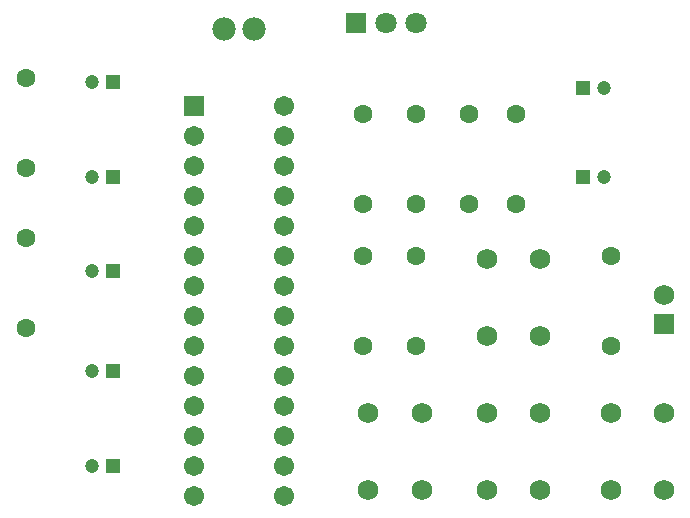
<source format=gbs>
G04 Layer_Color=8150272*
%FSLAX25Y25*%
%MOIN*%
G70*
G01*
G75*
%ADD25R,0.07099X0.07099*%
%ADD26C,0.07099*%
%ADD27C,0.06312*%
%ADD28C,0.06800*%
%ADD29C,0.07800*%
%ADD30C,0.06706*%
%ADD31R,0.06706X0.06706*%
%ADD32C,0.04737*%
%ADD33R,0.04737X0.04737*%
%ADD34R,0.06800X0.06800*%
D25*
X314803Y360236D02*
D03*
D26*
X324803D02*
D03*
X334803D02*
D03*
D27*
X334646Y299961D02*
D03*
Y329961D02*
D03*
X316929Y252717D02*
D03*
Y282717D02*
D03*
X204724Y288622D02*
D03*
Y258622D02*
D03*
X368110Y299961D02*
D03*
Y329961D02*
D03*
X352362Y299961D02*
D03*
Y329961D02*
D03*
X399606Y252717D02*
D03*
Y282717D02*
D03*
X334646D02*
D03*
Y252717D02*
D03*
X316929Y329961D02*
D03*
Y299961D02*
D03*
X204724Y341772D02*
D03*
Y311772D02*
D03*
D28*
X417323Y269685D02*
D03*
X417323Y204724D02*
D03*
Y230315D02*
D03*
X399606Y204724D02*
D03*
Y230315D02*
D03*
X336614Y204724D02*
D03*
Y230315D02*
D03*
X318898Y204724D02*
D03*
Y230315D02*
D03*
X375984Y204724D02*
D03*
Y230315D02*
D03*
X358268Y204724D02*
D03*
Y230315D02*
D03*
X375984Y255905D02*
D03*
Y281496D02*
D03*
X358268Y255905D02*
D03*
Y281496D02*
D03*
D29*
X270591Y358268D02*
D03*
X280591D02*
D03*
D30*
X290591Y202717D02*
D03*
Y212717D02*
D03*
Y222717D02*
D03*
Y232717D02*
D03*
Y242717D02*
D03*
Y252717D02*
D03*
Y262717D02*
D03*
Y272717D02*
D03*
Y282717D02*
D03*
Y292717D02*
D03*
Y302717D02*
D03*
Y312717D02*
D03*
Y322717D02*
D03*
Y332717D02*
D03*
X260591Y202717D02*
D03*
Y212717D02*
D03*
Y222717D02*
D03*
Y232717D02*
D03*
Y242717D02*
D03*
Y252717D02*
D03*
Y262717D02*
D03*
Y272717D02*
D03*
Y282717D02*
D03*
Y292717D02*
D03*
Y302717D02*
D03*
Y312717D02*
D03*
Y322717D02*
D03*
D31*
Y332717D02*
D03*
D32*
X226752Y340551D02*
D03*
Y212598D02*
D03*
Y244094D02*
D03*
Y277559D02*
D03*
Y309055D02*
D03*
X397264Y338583D02*
D03*
Y309055D02*
D03*
D33*
X233752Y340551D02*
D03*
Y212598D02*
D03*
Y244094D02*
D03*
Y277559D02*
D03*
Y309055D02*
D03*
X390264Y338583D02*
D03*
Y309055D02*
D03*
D34*
X417323Y259842D02*
D03*
M02*

</source>
